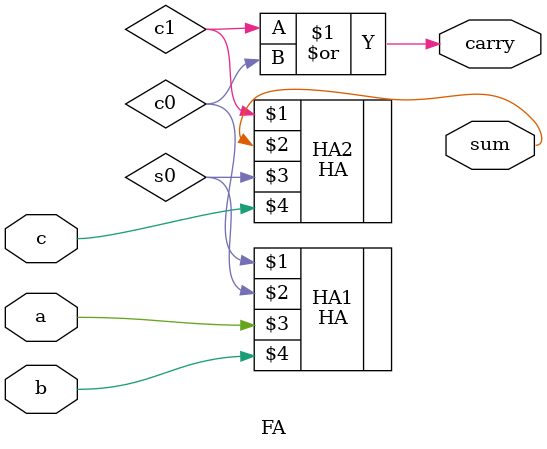
<source format=v>
module FA(carry, sum, a, b, c);
output carry, sum;
input a, b, c;

HA HA1(c0, s0, a, b);
HA HA2(c1, sum, s0, c);
or G(carry, c1, c0);

endmodule
</source>
